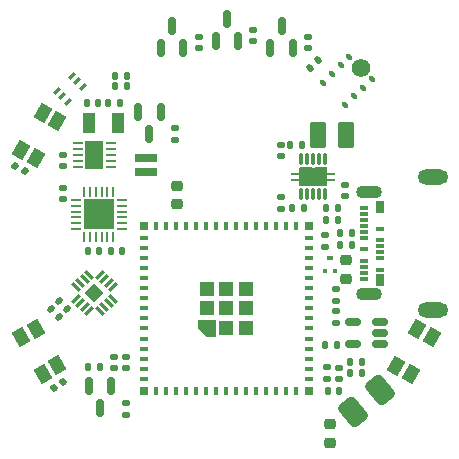
<source format=gbr>
%TF.GenerationSoftware,KiCad,Pcbnew,(6.0.5-0)*%
%TF.CreationDate,2022-09-09T19:09:33+08:00*%
%TF.ProjectId,Nebula,4e656275-6c61-42e6-9b69-6361645f7063,rev?*%
%TF.SameCoordinates,Original*%
%TF.FileFunction,Soldermask,Bot*%
%TF.FilePolarity,Negative*%
%FSLAX46Y46*%
G04 Gerber Fmt 4.6, Leading zero omitted, Abs format (unit mm)*
G04 Created by KiCad (PCBNEW (6.0.5-0)) date 2022-09-09 19:09:33*
%MOMM*%
%LPD*%
G01*
G04 APERTURE LIST*
G04 Aperture macros list*
%AMRoundRect*
0 Rectangle with rounded corners*
0 $1 Rounding radius*
0 $2 $3 $4 $5 $6 $7 $8 $9 X,Y pos of 4 corners*
0 Add a 4 corners polygon primitive as box body*
4,1,4,$2,$3,$4,$5,$6,$7,$8,$9,$2,$3,0*
0 Add four circle primitives for the rounded corners*
1,1,$1+$1,$2,$3*
1,1,$1+$1,$4,$5*
1,1,$1+$1,$6,$7*
1,1,$1+$1,$8,$9*
0 Add four rect primitives between the rounded corners*
20,1,$1+$1,$2,$3,$4,$5,0*
20,1,$1+$1,$4,$5,$6,$7,0*
20,1,$1+$1,$6,$7,$8,$9,0*
20,1,$1+$1,$8,$9,$2,$3,0*%
%AMRotRect*
0 Rectangle, with rotation*
0 The origin of the aperture is its center*
0 $1 length*
0 $2 width*
0 $3 Rotation angle, in degrees counterclockwise*
0 Add horizontal line*
21,1,$1,$2,0,0,$3*%
G04 Aperture macros list end*
%ADD10C,0.010000*%
%ADD11RoundRect,0.135000X-0.185000X0.135000X-0.185000X-0.135000X0.185000X-0.135000X0.185000X0.135000X0*%
%ADD12RoundRect,0.150000X0.150000X-0.587500X0.150000X0.587500X-0.150000X0.587500X-0.150000X-0.587500X0*%
%ADD13RoundRect,0.135000X-0.135000X-0.185000X0.135000X-0.185000X0.135000X0.185000X-0.135000X0.185000X0*%
%ADD14RoundRect,0.070000X-0.140000X0.140000X-0.140000X-0.140000X0.140000X-0.140000X0.140000X0.140000X0*%
%ADD15O,0.420000X0.990000*%
%ADD16C,0.600000*%
%ADD17R,2.400000X1.650000*%
%ADD18R,0.700000X0.280000*%
%ADD19R,0.500000X0.260000*%
%ADD20R,1.050000X0.680000*%
%ADD21RoundRect,0.140000X0.219203X0.021213X0.021213X0.219203X-0.219203X-0.021213X-0.021213X-0.219203X0*%
%ADD22RoundRect,0.140000X0.140000X0.170000X-0.140000X0.170000X-0.140000X-0.170000X0.140000X-0.170000X0*%
%ADD23RoundRect,0.140000X0.170000X-0.140000X0.170000X0.140000X-0.170000X0.140000X-0.170000X-0.140000X0*%
%ADD24RoundRect,0.135000X0.185000X-0.135000X0.185000X0.135000X-0.185000X0.135000X-0.185000X-0.135000X0*%
%ADD25RoundRect,0.150000X-0.150000X0.587500X-0.150000X-0.587500X0.150000X-0.587500X0.150000X0.587500X0*%
%ADD26RoundRect,0.140000X0.036244X0.217224X-0.206244X0.077224X-0.036244X-0.217224X0.206244X-0.077224X0*%
%ADD27RoundRect,0.140000X-0.170000X0.140000X-0.170000X-0.140000X0.170000X-0.140000X0.170000X0.140000X0*%
%ADD28RoundRect,0.075000X-0.123744X-0.229810X0.229810X0.123744X0.123744X0.229810X-0.229810X-0.123744X0*%
%ADD29RoundRect,0.140000X-0.140000X-0.170000X0.140000X-0.170000X0.140000X0.170000X-0.140000X0.170000X0*%
%ADD30R,0.400000X0.450000*%
%ADD31R,0.500000X0.450000*%
%ADD32R,1.000000X1.800000*%
%ADD33RotRect,1.400000X1.050000X120.000000*%
%ADD34RoundRect,0.218750X0.256250X-0.218750X0.256250X0.218750X-0.256250X0.218750X-0.256250X-0.218750X0*%
%ADD35RoundRect,0.008100X0.380989X-0.201525X-0.201525X0.380989X-0.380989X0.201525X0.201525X-0.380989X0*%
%ADD36RoundRect,0.008100X-0.201525X-0.380989X0.380989X0.201525X0.201525X0.380989X-0.380989X-0.201525X0*%
%ADD37RotRect,1.100000X1.100000X135.000000*%
%ADD38R,0.800000X0.400000*%
%ADD39R,0.400000X0.800000*%
%ADD40R,1.200000X1.200000*%
%ADD41R,0.800000X0.800000*%
%ADD42RoundRect,0.440500X0.823390X-0.295982X-0.148505X0.862278X-0.823390X0.295982X0.148505X-0.862278X0*%
%ADD43R,0.860000X0.260000*%
%ADD44R,1.575000X2.450000*%
%ADD45RoundRect,0.140000X0.206244X0.077224X-0.036244X0.217224X-0.206244X-0.077224X0.036244X-0.217224X0*%
%ADD46RoundRect,0.135000X0.135000X0.185000X-0.135000X0.185000X-0.135000X-0.185000X0.135000X-0.185000X0*%
%ADD47RotRect,1.400000X1.050000X240.000000*%
%ADD48RoundRect,0.150000X0.512500X0.150000X-0.512500X0.150000X-0.512500X-0.150000X0.512500X-0.150000X0*%
%ADD49RoundRect,0.062500X0.350000X0.062500X-0.350000X0.062500X-0.350000X-0.062500X0.350000X-0.062500X0*%
%ADD50RoundRect,0.062500X0.062500X0.350000X-0.062500X0.350000X-0.062500X-0.350000X0.062500X-0.350000X0*%
%ADD51R,2.600000X2.600000*%
%ADD52RoundRect,0.218750X-0.256250X0.218750X-0.256250X-0.218750X0.256250X-0.218750X0.256250X0.218750X0*%
%ADD53RotRect,1.400000X1.050000X60.000000*%
%ADD54RoundRect,0.250001X0.462499X0.849999X-0.462499X0.849999X-0.462499X-0.849999X0.462499X-0.849999X0*%
%ADD55RoundRect,0.144400X0.825600X0.235600X-0.825600X0.235600X-0.825600X-0.235600X0.825600X-0.235600X0*%
%ADD56RoundRect,0.100000X0.070711X-0.212132X0.212132X-0.070711X-0.070711X0.212132X-0.212132X0.070711X0*%
%ADD57C,1.560000*%
%ADD58R,0.700000X0.300000*%
%ADD59R,0.700000X1.000000*%
%ADD60O,2.200000X1.100000*%
%ADD61O,2.600000X1.300000*%
%ADD62RoundRect,0.140000X0.021213X-0.219203X0.219203X-0.021213X-0.021213X0.219203X-0.219203X0.021213X0*%
G04 APERTURE END LIST*
%TO.C,U4*%
G36*
X154673584Y-97850000D02*
G01*
X153923584Y-97850000D01*
X153273584Y-97200000D01*
X153273584Y-96450000D01*
X154673584Y-96450000D01*
X154673584Y-97850000D01*
G37*
D10*
X154673584Y-97850000D02*
X153923584Y-97850000D01*
X153273584Y-97200000D01*
X153273584Y-96450000D01*
X154673584Y-96450000D01*
X154673584Y-97850000D01*
%TD*%
D11*
%TO.C,R1*%
X164900000Y-95690000D03*
X164900000Y-96710000D03*
%TD*%
D12*
%TO.C,U2*%
X156623584Y-72887500D03*
X154723584Y-72887500D03*
X155673584Y-71012500D03*
%TD*%
D13*
%TO.C,R9*%
X164078584Y-88000000D03*
X165098584Y-88000000D03*
%TD*%
D14*
%TO.C,U7*%
X161973586Y-82590003D03*
D15*
X161973586Y-82875003D03*
X162473586Y-82875003D03*
D14*
X162473586Y-82590003D03*
X162973586Y-82590003D03*
D15*
X162973586Y-82875003D03*
X163473586Y-82875003D03*
D14*
X163473586Y-82590003D03*
X163973586Y-82590003D03*
D15*
X163973586Y-82875003D03*
X163973586Y-85825003D03*
D14*
X163973586Y-86110003D03*
D15*
X163473586Y-85825003D03*
D14*
X163473586Y-86110003D03*
X162973586Y-86110003D03*
D15*
X162973586Y-85825003D03*
X162473586Y-85825003D03*
D14*
X162473586Y-86110003D03*
D15*
X161973586Y-85825003D03*
D14*
X161973586Y-86110003D03*
D16*
X163723586Y-83850003D03*
D17*
X162973586Y-84350003D03*
D18*
X164523586Y-84100003D03*
X164523586Y-84600003D03*
D19*
X161343586Y-84100003D03*
D18*
X161423586Y-84100003D03*
D20*
X162338586Y-84800003D03*
D19*
X164603586Y-84100003D03*
D20*
X163608586Y-83900003D03*
D18*
X161423586Y-84600003D03*
D16*
X162223586Y-83850003D03*
D20*
X162338586Y-83900003D03*
D16*
X162973586Y-84350003D03*
D19*
X161343586Y-84600003D03*
D16*
X162223586Y-84850003D03*
D19*
X164603586Y-84600003D03*
D16*
X163723586Y-84850003D03*
D20*
X163608586Y-84800003D03*
%TD*%
D21*
%TO.C,C22*%
X142112995Y-95539411D03*
X141434173Y-94860589D03*
%TD*%
D22*
%TO.C,C20*%
X146803584Y-90600000D03*
X145843584Y-90600000D03*
%TD*%
D23*
%TO.C,C15*%
X164000000Y-90280000D03*
X164000000Y-89320000D03*
%TD*%
D21*
%TO.C,C21*%
X141462995Y-96189411D03*
X140784173Y-95510589D03*
%TD*%
D24*
%TO.C,R12*%
X147173584Y-104510000D03*
X147173584Y-103490000D03*
%TD*%
D25*
%TO.C,Q3*%
X148173584Y-78862500D03*
X150073584Y-78862500D03*
X149123584Y-80737500D03*
%TD*%
D26*
%TO.C,C5*%
X141839276Y-101760000D03*
X141007892Y-102240000D03*
%TD*%
D23*
%TO.C,C19*%
X141773584Y-86280000D03*
X141773584Y-85320000D03*
%TD*%
D13*
%TO.C,R17*%
X165250000Y-89140000D03*
X166270000Y-89140000D03*
%TD*%
%TO.C,R15*%
X161213585Y-86999995D03*
X162233585Y-86999995D03*
%TD*%
D27*
%TO.C,C9*%
X146100000Y-99620000D03*
X146100000Y-100580000D03*
%TD*%
D23*
%TO.C,C1*%
X162573584Y-73480000D03*
X162573584Y-72520000D03*
%TD*%
D24*
%TO.C,R13*%
X164900000Y-94910000D03*
X164900000Y-93890000D03*
%TD*%
D28*
%TO.C,U6*%
X142196807Y-77996016D03*
X141737188Y-77536396D03*
X141277568Y-77076777D03*
X142550361Y-75803984D03*
X143009980Y-76263604D03*
X143469600Y-76723223D03*
%TD*%
D23*
%TO.C,C16*%
X141823584Y-83480000D03*
X141823584Y-82520000D03*
%TD*%
%TO.C,C2*%
X157923584Y-72880000D03*
X157923584Y-71920000D03*
%TD*%
D29*
%TO.C,C17*%
X161043584Y-81700000D03*
X162003584Y-81700000D03*
%TD*%
D25*
%TO.C,Q1*%
X143973584Y-102062500D03*
X145873584Y-102062500D03*
X144923584Y-103937500D03*
%TD*%
D23*
%TO.C,C4*%
X165200000Y-101480000D03*
X165200000Y-100520000D03*
%TD*%
D30*
%TO.C,Q2*%
X164800000Y-92375000D03*
X164000000Y-92375000D03*
D31*
X164400000Y-91225000D03*
%TD*%
D13*
%TO.C,R7*%
X163990000Y-98600000D03*
X165010000Y-98600000D03*
%TD*%
D32*
%TO.C,Y1*%
X146476084Y-79800000D03*
X143976084Y-79800000D03*
%TD*%
D22*
%TO.C,C13*%
X146603584Y-78100000D03*
X145643584Y-78100000D03*
%TD*%
D13*
%TO.C,R16*%
X165240000Y-90110000D03*
X166260000Y-90110000D03*
%TD*%
D33*
%TO.C,SW2*%
X139532910Y-97216154D03*
X141332910Y-100333846D03*
X140077174Y-101058846D03*
X138277174Y-97941154D03*
%TD*%
D24*
%TO.C,R11*%
X151273584Y-81260000D03*
X151273584Y-80240000D03*
%TD*%
D23*
%TO.C,C3*%
X153323584Y-73480000D03*
X153323584Y-72520000D03*
%TD*%
D34*
%TO.C,D3*%
X151423584Y-86687500D03*
X151423584Y-85112500D03*
%TD*%
D35*
%TO.C,U9*%
X146018612Y-94684368D03*
X145665059Y-95037922D03*
X145311506Y-95391475D03*
X144957952Y-95745028D03*
D36*
X143989216Y-95745028D03*
X143635662Y-95391475D03*
X143282109Y-95037922D03*
X142928556Y-94684368D03*
D35*
X142928556Y-93715632D03*
X143282109Y-93362078D03*
X143635662Y-93008525D03*
X143989216Y-92654972D03*
D36*
X144957952Y-92654972D03*
X145311506Y-93008525D03*
X145665059Y-93362078D03*
X146018612Y-93715632D03*
D37*
X144473584Y-94200000D03*
%TD*%
D38*
%TO.C,U4*%
X148623584Y-101450000D03*
X148623584Y-100600000D03*
X148623584Y-99750000D03*
X148623584Y-98900000D03*
X148623584Y-98050000D03*
X148623584Y-97200000D03*
X148623584Y-96350000D03*
X148623584Y-95500000D03*
X148623584Y-94650000D03*
X148623584Y-93800000D03*
X148623584Y-92950000D03*
X148623584Y-92100000D03*
X148623584Y-91250000D03*
X148623584Y-90400000D03*
X148623584Y-89550000D03*
D39*
X149673584Y-88500000D03*
X150523584Y-88500000D03*
X151373584Y-88500000D03*
X152223584Y-88500000D03*
X153073584Y-88500000D03*
X153923584Y-88500000D03*
X154773584Y-88500000D03*
X155623584Y-88500000D03*
X156473584Y-88500000D03*
X157323584Y-88500000D03*
X158173584Y-88500000D03*
X159023584Y-88500000D03*
X159873584Y-88500000D03*
X160723584Y-88500000D03*
X161573584Y-88500000D03*
D38*
X162623584Y-89550000D03*
X162623584Y-90400000D03*
X162623584Y-91250000D03*
X162623584Y-92100000D03*
X162623584Y-92950000D03*
X162623584Y-93800000D03*
X162623584Y-94650000D03*
X162623584Y-95500000D03*
X162623584Y-96350000D03*
X162623584Y-97200000D03*
X162623584Y-98050000D03*
X162623584Y-98900000D03*
X162623584Y-99750000D03*
X162623584Y-100600000D03*
X162623584Y-101450000D03*
D39*
X161573584Y-102500000D03*
X160723584Y-102500000D03*
X159873584Y-102500000D03*
X159023584Y-102500000D03*
X158173584Y-102500000D03*
X157323584Y-102500000D03*
X156473584Y-102500000D03*
X155623584Y-102500000D03*
X154773584Y-102500000D03*
X153923584Y-102500000D03*
X153073584Y-102500000D03*
X152223584Y-102500000D03*
X151373584Y-102500000D03*
X150523584Y-102500000D03*
X149673584Y-102500000D03*
D40*
X155623584Y-95500000D03*
X155623584Y-97150000D03*
X157273584Y-97150000D03*
X157273584Y-95500000D03*
X157273584Y-93850000D03*
X155623584Y-93850000D03*
X153973584Y-93850000D03*
X153973584Y-95500000D03*
D41*
X148623584Y-102500000D03*
X148623584Y-88500000D03*
X162623584Y-88500000D03*
X162623584Y-102500000D03*
%TD*%
D23*
%TO.C,C14*%
X160273584Y-82630000D03*
X160273584Y-81670000D03*
%TD*%
D27*
%TO.C,C10*%
X147100000Y-99620000D03*
X147100000Y-100580000D03*
%TD*%
D22*
%TO.C,C12*%
X144806084Y-78100000D03*
X143846084Y-78100000D03*
%TD*%
D42*
%TO.C,BT1*%
X168632783Y-102370496D03*
X166334649Y-104298859D03*
%TD*%
D34*
%TO.C,D1*%
X164400000Y-106887500D03*
X164400000Y-105312500D03*
%TD*%
D43*
%TO.C,U8*%
X145908584Y-81500000D03*
X145908584Y-82000000D03*
X145908584Y-82500000D03*
X145908584Y-83000000D03*
X145908584Y-83500000D03*
X143038584Y-83500000D03*
X143038584Y-83000000D03*
X143038584Y-82500000D03*
X143038584Y-82000000D03*
X143038584Y-81500000D03*
D44*
X144473584Y-82500000D03*
%TD*%
D45*
%TO.C,C7*%
X138589276Y-83890000D03*
X137757892Y-83410000D03*
%TD*%
D46*
%TO.C,R10*%
X144933584Y-100500000D03*
X143913584Y-100500000D03*
%TD*%
D47*
%TO.C,SW1*%
X169977132Y-100336911D03*
X171777132Y-97219219D03*
X173032868Y-97944219D03*
X171232868Y-101061911D03*
%TD*%
D48*
%TO.C,U5*%
X168637500Y-96650000D03*
X168637500Y-97600000D03*
X168637500Y-98550000D03*
X166362500Y-98550000D03*
X166362500Y-96650000D03*
%TD*%
D12*
%TO.C,U3*%
X151973584Y-73487500D03*
X150073584Y-73487500D03*
X151023584Y-71612500D03*
%TD*%
D49*
%TO.C,U10*%
X146761084Y-86300000D03*
X146761084Y-86800000D03*
X146761084Y-87300000D03*
X146761084Y-87800000D03*
X146761084Y-88300000D03*
X146761084Y-88800000D03*
D50*
X146073584Y-89487500D03*
X145573584Y-89487500D03*
X145073584Y-89487500D03*
X144573584Y-89487500D03*
X144073584Y-89487500D03*
X143573584Y-89487500D03*
D49*
X142886084Y-88800000D03*
X142886084Y-88300000D03*
X142886084Y-87800000D03*
X142886084Y-87300000D03*
X142886084Y-86800000D03*
X142886084Y-86300000D03*
D50*
X143573584Y-85612500D03*
X144073584Y-85612500D03*
X144573584Y-85612500D03*
X145073584Y-85612500D03*
X145573584Y-85612500D03*
X146073584Y-85612500D03*
D51*
X144823584Y-87550000D03*
%TD*%
D46*
%TO.C,R22*%
X147233584Y-76700000D03*
X146213584Y-76700000D03*
%TD*%
%TO.C,R8*%
X165083584Y-87000000D03*
X164063584Y-87000000D03*
%TD*%
D52*
%TO.C,D2*%
X165800000Y-91412500D03*
X165800000Y-92987500D03*
%TD*%
D53*
%TO.C,SW3*%
X139529320Y-82775000D03*
X141329320Y-79657308D03*
X140073584Y-78932308D03*
X138273584Y-82050000D03*
%TD*%
D54*
%TO.C,L1*%
X165738587Y-80799997D03*
X163413587Y-80799997D03*
%TD*%
D27*
%TO.C,C11*%
X165673584Y-85020000D03*
X165673584Y-85980000D03*
%TD*%
D13*
%TO.C,R5*%
X166090000Y-101000000D03*
X167110000Y-101000000D03*
%TD*%
D55*
%TO.C,M1*%
X148803584Y-83950000D03*
X148803584Y-82750000D03*
%TD*%
D12*
%TO.C,U1*%
X161273584Y-73487500D03*
X159373584Y-73487500D03*
X160323584Y-71612500D03*
%TD*%
D56*
%TO.C,U11*%
X165717268Y-78292300D03*
X166459730Y-77549838D03*
X167202192Y-76807376D03*
X167944654Y-76064914D03*
D57*
X167011273Y-75131533D03*
D56*
X166063750Y-74184010D03*
X165321288Y-74926472D03*
X164578826Y-75668934D03*
X163836364Y-76411396D03*
%TD*%
D22*
%TO.C,C6*%
X165180000Y-102500000D03*
X164220000Y-102500000D03*
%TD*%
D58*
%TO.C,J1*%
X167330000Y-87000000D03*
X167330000Y-87500000D03*
X167330000Y-88000000D03*
X167330000Y-88500000D03*
X167330000Y-89000000D03*
X167330000Y-89500000D03*
X167330000Y-90500000D03*
X167330000Y-91500000D03*
X167330000Y-92000000D03*
X167330000Y-92500000D03*
X167330000Y-93000000D03*
D59*
X168630000Y-93100000D03*
D58*
X168630000Y-92250000D03*
X168630000Y-91250000D03*
X168630000Y-90750000D03*
X168630000Y-90250000D03*
X168630000Y-89750000D03*
X168630000Y-88750000D03*
D59*
X168630000Y-86900000D03*
D60*
X167740000Y-85680000D03*
X167740000Y-94320000D03*
D61*
X173100000Y-84350000D03*
X173100000Y-95650000D03*
%TD*%
D11*
%TO.C,R14*%
X160223584Y-86040000D03*
X160223584Y-87060000D03*
%TD*%
D46*
%TO.C,R6*%
X167110000Y-100000000D03*
X166090000Y-100000000D03*
%TD*%
%TO.C,R21*%
X147233584Y-75800000D03*
X146213584Y-75800000D03*
%TD*%
D11*
%TO.C,R20*%
X164200000Y-100490000D03*
X164200000Y-101510000D03*
%TD*%
D62*
%TO.C,C8*%
X162734173Y-75139411D03*
X163412995Y-74460589D03*
%TD*%
D22*
%TO.C,C18*%
X144853584Y-90600000D03*
X143893584Y-90600000D03*
%TD*%
M02*

</source>
